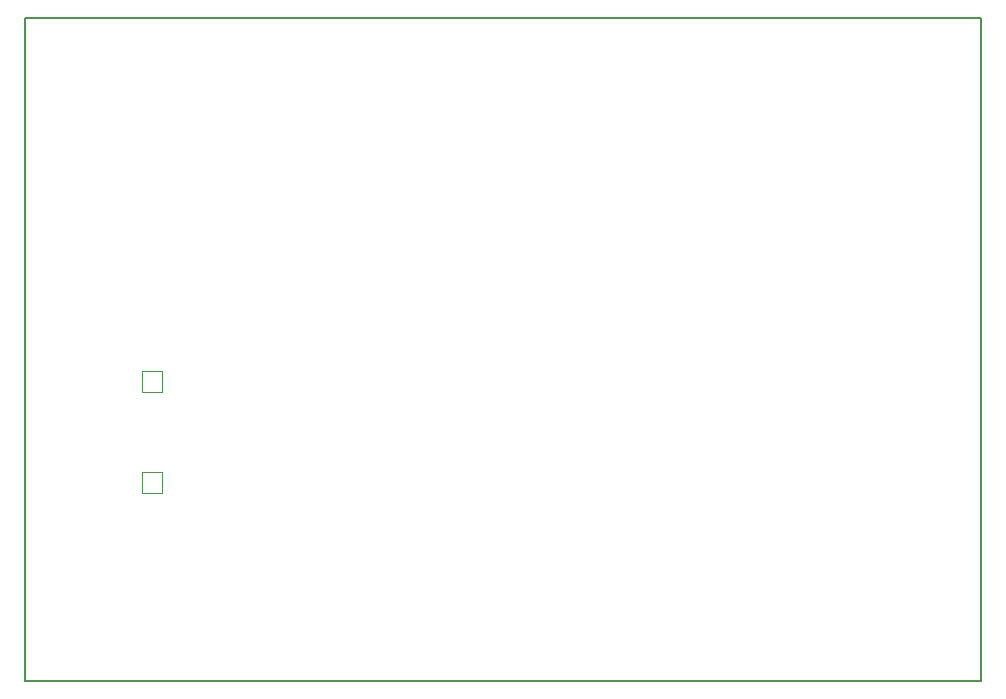
<source format=gbr>
%TF.GenerationSoftware,KiCad,Pcbnew,8.0.2*%
%TF.CreationDate,2024-05-19T15:43:29+02:00*%
%TF.ProjectId,schematic,73636865-6d61-4746-9963-2e6b69636164,rev?*%
%TF.SameCoordinates,Original*%
%TF.FileFunction,Profile,NP*%
%FSLAX46Y46*%
G04 Gerber Fmt 4.6, Leading zero omitted, Abs format (unit mm)*
G04 Created by KiCad (PCBNEW 8.0.2) date 2024-05-19 15:43:29*
%MOMM*%
%LPD*%
G01*
G04 APERTURE LIST*
%TA.AperFunction,Profile*%
%ADD10C,0.200000*%
%TD*%
%TA.AperFunction,Profile*%
%ADD11C,0.010000*%
%TD*%
G04 APERTURE END LIST*
D10*
X102305000Y-91275000D02*
X183255000Y-91275000D01*
X183255000Y-147460000D01*
X102305000Y-147460000D01*
X102305000Y-91275000D01*
D11*
%TO.C,J1*%
X112205000Y-121215000D02*
X112205000Y-123015000D01*
X112205000Y-123015000D02*
X113905000Y-123015000D01*
X112205000Y-129715000D02*
X112205000Y-131515000D01*
X112205000Y-131515000D02*
X113905000Y-131515000D01*
X113905000Y-121215000D02*
X112205000Y-121215000D01*
X113905000Y-123015000D02*
X113905000Y-121215000D01*
X113905000Y-129715000D02*
X112205000Y-129715000D01*
X113905000Y-131515000D02*
X113905000Y-129715000D01*
%TD*%
M02*

</source>
